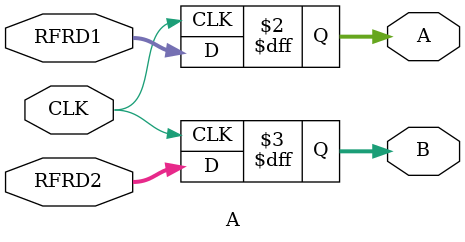
<source format=v>
`timescale 1ns / 1ps


module A(input CLK, input [31:0] RFRD1, RFRD2, output reg [31:0] A, B);
always@(posedge CLK) begin
A <= RFRD1;
B <= RFRD2;
end
endmodule

</source>
